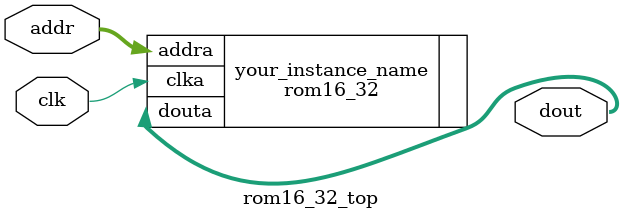
<source format=v>
`timescale 1ns / 1ps


module rom16_32_top(dout, clk, addr);

    input clk;
    input [4:0] addr;
    output [15:0] dout;

    rom16_32 your_instance_name (.clka(clk), .addra(addr), .douta(dout));

endmodule

</source>
